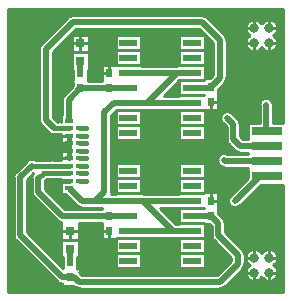
<source format=gtl>
%FSLAX25Y25*%
%MOIN*%
G70*
G01*
G75*
G04 Layer_Physical_Order=1*
%ADD10C,0.01000*%
%ADD11R,0.02800X0.01500*%
%ADD12R,0.03150X0.03150*%
%ADD13R,0.03150X0.03150*%
%ADD14R,0.02300X0.03000*%
%ADD15R,0.05906X0.02362*%
%ADD16R,0.10000X0.03000*%
%ADD17C,0.02000*%
%ADD18C,0.01500*%
%ADD19C,0.03150*%
%ADD20C,0.03150*%
%ADD21C,0.02000*%
%ADD22C,0.01600*%
%ADD23C,0.05000*%
D10*
X103700Y425000D02*
G03*
X104374Y423374I2300J0D01*
G01*
X103700Y425000D02*
G03*
X104374Y423374I2300J0D01*
G01*
X118374Y409374D02*
G03*
X120000Y408700I1626J1626D01*
G01*
X118374Y409374D02*
G03*
X120000Y408700I1626J1626D01*
G01*
X118374Y429874D02*
G03*
X119625Y429231I1626J1626D01*
G01*
X118374Y429874D02*
G03*
X119625Y429231I1626J1626D01*
G01*
X104374Y446126D02*
G03*
X103700Y444500I1626J-1626D01*
G01*
X104374Y446126D02*
G03*
X103700Y444500I1626J-1626D01*
G01*
X109700Y439500D02*
G03*
X110374Y437874I2300J0D01*
G01*
X109700Y439500D02*
G03*
X110374Y437874I2300J0D01*
G01*
X110283Y445530D02*
G03*
X109700Y444000I1717J-1530D01*
G01*
X123874Y407874D02*
G03*
X125750Y407214I1626J1626D01*
G01*
X124774Y434874D02*
G03*
X126400Y434200I1626J1626D01*
G01*
X124774Y434874D02*
G03*
X126400Y434200I1626J1626D01*
G01*
X110743Y450250D02*
G03*
X108074Y449826I-1043J-2050D01*
G01*
X115674Y459074D02*
G03*
X118343Y458650I1626J1626D01*
G01*
X112200Y463500D02*
G03*
X112874Y461874I2300J0D01*
G01*
X112200Y463500D02*
G03*
X112874Y461874I2300J0D01*
G01*
X120574Y471826D02*
G03*
X119900Y470200I1626J-1626D01*
G01*
X120574Y471826D02*
G03*
X119900Y470200I1626J-1626D01*
G01*
X112874Y488626D02*
G03*
X112200Y487000I1626J-1626D01*
G01*
X112874Y488626D02*
G03*
X112200Y487000I1626J-1626D01*
G01*
X123500Y498300D02*
G03*
X121874Y497626I0J-2300D01*
G01*
X123500Y498300D02*
G03*
X121874Y497626I0J-2300D01*
G01*
X169700Y425000D02*
G03*
X170374Y423374I2300J0D01*
G01*
X169700Y425000D02*
G03*
X170374Y423374I2300J0D01*
G01*
X172500Y407200D02*
G03*
X174126Y407874I0J2300D01*
G01*
X172500Y407200D02*
G03*
X174126Y407874I0J2300D01*
G01*
X182581Y415000D02*
G03*
X186500Y411081I1419J-2500D01*
G01*
X180126Y413874D02*
G03*
X180800Y415500I-1626J1626D01*
G01*
X180126Y413874D02*
G03*
X180800Y415500I-1626J1626D01*
G01*
Y418500D02*
G03*
X180126Y420126I-2300J0D01*
G01*
X180800Y418500D02*
G03*
X180126Y420126I-2300J0D01*
G01*
X186500Y411081D02*
G03*
X191875Y412500I2500J1419D01*
G01*
G03*
X190419Y415000I-2875J0D01*
G01*
X186500Y418919D02*
G03*
X182581Y415000I-2500J-1419D01*
G01*
X190419Y415000D02*
G03*
X191875Y417500I-1419J2500D01*
G01*
X174300Y429000D02*
G03*
X173626Y430626I-2300J0D01*
G01*
X174300Y429000D02*
G03*
X173626Y430626I-2300J0D01*
G01*
X175874Y438126D02*
G03*
X179126Y434874I1626J-1626D01*
G01*
X175874Y438126D02*
G03*
X179126Y434874I1626J-1626D01*
G01*
X191875Y417500D02*
G03*
X186500Y418919I-2875J0D01*
G01*
X172674Y448074D02*
G03*
X174300Y447400I1626J1626D01*
G01*
X172674Y448074D02*
G03*
X174300Y447400I1626J1626D01*
G01*
X168126Y497626D02*
G03*
X166500Y498300I-1626J-1626D01*
G01*
X168126Y497626D02*
G03*
X166500Y498300I-1626J-1626D01*
G01*
X175136Y452000D02*
G03*
X172374Y448374I-1136J-2000D01*
G01*
X175136Y452000D02*
G03*
X172374Y448374I-1136J-2000D01*
G01*
X174700Y457000D02*
G03*
X175374Y455374I2300J0D01*
G01*
X174700Y457000D02*
G03*
X175374Y455374I2300J0D01*
G01*
X176626Y465626D02*
G03*
X173374Y462374I-1626J-1626D01*
G01*
X176626Y465626D02*
G03*
X173374Y462374I-1626J-1626D01*
G01*
X174126Y475874D02*
G03*
X174800Y477500I-1626J1626D01*
G01*
X174126Y475874D02*
G03*
X174800Y477500I-1626J1626D01*
G01*
X177674Y453074D02*
G03*
X179300Y452400I1626J1626D01*
G01*
X177674Y453074D02*
G03*
X179300Y452400I1626J1626D01*
G01*
Y462000D02*
G03*
X178626Y463626I-2300J0D01*
G01*
X179300Y462000D02*
G03*
X178626Y463626I-2300J0D01*
G01*
X190300Y468500D02*
G03*
X185700Y468500I-2300J0D01*
G01*
X190300D02*
G03*
X185700Y468500I-2300J0D01*
G01*
X182581Y491500D02*
G03*
X186500Y487581I1419J-2500D01*
G01*
X174800Y490000D02*
G03*
X174126Y491626I-2300J0D01*
G01*
X174800Y490000D02*
G03*
X174126Y491626I-2300J0D01*
G01*
X186500Y495419D02*
G03*
X182581Y491500I-2500J-1419D01*
G01*
X186500Y487581D02*
G03*
X191875Y489000I2500J1419D01*
G01*
G03*
X190419Y491500I-2875J0D01*
G01*
G03*
X191875Y494000I-1419J2500D01*
G01*
G03*
X186500Y495419I-2875J0D01*
G01*
X102000Y416000D02*
X111747D01*
X102000Y417000D02*
X110747D01*
X108000Y406000D02*
Y419747D01*
X102000Y418000D02*
X109747D01*
X104000Y406000D02*
Y423864D01*
X105000Y406000D02*
Y422747D01*
X106000Y406000D02*
Y421747D01*
X107000Y406000D02*
Y420747D01*
X102000Y409000D02*
X118864D01*
X102000Y410000D02*
X117747D01*
X102000Y411000D02*
X116747D01*
X102000Y412000D02*
X115747D01*
X102000Y413000D02*
X114747D01*
X102000Y414000D02*
X113747D01*
X104374Y423374D02*
X118374Y409374D01*
X102000Y415000D02*
X112747D01*
X108300Y425953D02*
X120050Y414203D01*
X102000Y424000D02*
X103929D01*
X102000Y425000D02*
X103700D01*
X102000Y426000D02*
X103700D01*
X102000Y427000D02*
X103700D01*
X102000Y428000D02*
X103700D01*
X102000Y429000D02*
X103700D01*
X102000Y430000D02*
X103700D01*
X102000Y431000D02*
X103700D01*
X102000Y419000D02*
X108747D01*
X102000Y420000D02*
X107747D01*
X102000Y421000D02*
X106747D01*
X102000Y422000D02*
X105747D01*
X102000Y423000D02*
X104747D01*
X108300Y426000D02*
X119625D01*
X108300Y427000D02*
X119625D01*
X108300Y428000D02*
X119625D01*
X113000Y406000D02*
Y414747D01*
X114000Y406000D02*
Y413747D01*
X115000Y406000D02*
Y412747D01*
X116000Y406000D02*
Y411747D01*
X109000Y406000D02*
Y418747D01*
X110000Y406000D02*
Y417747D01*
X111000Y406000D02*
Y416747D01*
X112000Y406000D02*
Y415747D01*
X119000Y406000D02*
Y408929D01*
X120000Y406000D02*
Y408700D01*
X117000Y406000D02*
Y410747D01*
X118000Y406000D02*
Y409747D01*
X120050Y414203D02*
Y417625D01*
X118000Y416253D02*
Y430247D01*
X119000Y415253D02*
Y429429D01*
X114253Y420000D02*
X119625D01*
X113253Y421000D02*
X119625D01*
X116253Y418000D02*
X119625D01*
X115253Y419000D02*
X119625D01*
X108300Y430000D02*
X118247D01*
X108300Y431000D02*
X117247D01*
X117000Y417253D02*
Y431247D01*
X119625Y417625D02*
Y423375D01*
X112253Y422000D02*
X119625D01*
X111253Y423000D02*
X119625D01*
X110253Y424000D02*
X119625D01*
X118253Y416000D02*
X120050D01*
X117253Y417000D02*
X120050D01*
X109253Y425000D02*
X119625D01*
X108300Y429000D02*
X119625D01*
Y423531D02*
Y429231D01*
X102000Y432000D02*
X103700D01*
X102000Y433000D02*
X103700D01*
X102000Y434000D02*
X103700D01*
X102000Y435000D02*
X103700D01*
X102000Y406000D02*
Y500500D01*
Y406000D02*
Y500500D01*
X103000Y406000D02*
Y500500D01*
X103700Y425000D02*
Y444500D01*
X108300Y432000D02*
X116247D01*
X108300Y433000D02*
X115247D01*
X108300Y434000D02*
X114247D01*
X108300Y435000D02*
X113247D01*
X102000Y436000D02*
X103700D01*
X102000Y437000D02*
X103700D01*
X108300Y436000D02*
X112247D01*
X102000Y438000D02*
X103700D01*
X108300Y437000D02*
X111247D01*
X102000Y439000D02*
X103700D01*
X102000Y440000D02*
X103700D01*
X102000Y441000D02*
X103700D01*
X102000Y442000D02*
X103700D01*
X102000Y443000D02*
X103700D01*
X102000Y444000D02*
X103700D01*
X102000Y445000D02*
X103755D01*
X104000Y445636D02*
Y500500D01*
X102000Y446000D02*
X104256D01*
X102000Y447000D02*
X105247D01*
X102000Y448000D02*
X106247D01*
X104374Y446126D02*
X108074Y449826D01*
X102000Y449000D02*
X107247D01*
X105000Y446753D02*
Y500500D01*
X106000Y447753D02*
Y500500D01*
X107000Y448753D02*
Y500500D01*
X110000Y424253D02*
Y438364D01*
X108300Y438000D02*
X110256D01*
X112000Y422253D02*
Y436247D01*
X111000Y423253D02*
Y437247D01*
X109000Y425253D02*
Y444247D01*
X108300Y425953D02*
Y443547D01*
X114000Y420253D02*
Y434247D01*
X113000Y421253D02*
Y435247D01*
X116000Y418253D02*
Y432247D01*
X115000Y419253D02*
Y433247D01*
X110374Y437874D02*
X118374Y429874D01*
X116000Y438753D02*
Y443650D01*
X119000Y435753D02*
Y443650D01*
X117000Y437753D02*
Y443650D01*
X118000Y436753D02*
Y443650D01*
X108300Y439000D02*
X109755D01*
X108300Y440000D02*
X109700D01*
X108300Y441000D02*
X109700D01*
X108300Y442000D02*
X109700D01*
X108300Y443000D02*
X109700D01*
X108300Y443547D02*
X110283Y445530D01*
X109700Y439500D02*
Y444000D01*
X114300Y440453D02*
Y443401D01*
X114753Y440000D02*
X119500D01*
X114300Y441000D02*
X119500D01*
Y438650D02*
Y441150D01*
X115753Y439000D02*
X119500D01*
X114300Y442000D02*
X119500D01*
X114549Y443650D02*
X119500D01*
X115000Y439753D02*
Y443650D01*
X119500Y441150D02*
Y442750D01*
Y441150D02*
Y442750D01*
X124000Y406000D02*
Y407756D01*
X125000Y406000D02*
Y407255D01*
X126000Y406000D02*
Y407200D01*
X121000Y406000D02*
Y408200D01*
X120050D02*
X123547D01*
X122000Y406000D02*
Y408200D01*
X123000Y406000D02*
Y408200D01*
X102000Y406000D02*
X193500D01*
X102000Y407000D02*
X193500D01*
X127000Y406000D02*
Y407200D01*
X128000Y406000D02*
Y407200D01*
X126000D02*
X172500D01*
X125626Y412626D02*
X126453Y411800D01*
X129000Y406000D02*
Y407200D01*
X130000Y406000D02*
Y407200D01*
X126253Y412000D02*
X171747D01*
X124950Y415000D02*
X137747D01*
X124950Y416000D02*
X137747D01*
X124950Y413800D02*
Y417625D01*
X125375D02*
Y423375D01*
X119625D02*
X125375D01*
X119625Y423531D02*
X125375D01*
Y424000D02*
X133050D01*
X125375Y425000D02*
X133050D01*
X125375Y426000D02*
X133050D01*
X124950Y414000D02*
X173747D01*
X124950Y417000D02*
X137747D01*
X126453Y411800D02*
X171547D01*
X125375Y418000D02*
X137747D01*
X125375Y419000D02*
X174747D01*
X125375Y420000D02*
X137747D01*
X125375Y421000D02*
X137747D01*
X125375Y422000D02*
X137747D01*
X125375Y423000D02*
X137747D01*
X131000Y406000D02*
Y407200D01*
X132000Y406000D02*
Y407200D01*
X133000Y406000D02*
Y407200D01*
X134000Y406000D02*
Y407200D01*
X135000Y406000D02*
Y407200D01*
X134000Y411800D02*
Y423700D01*
X136000Y406000D02*
Y407200D01*
X135000Y411800D02*
Y423700D01*
X137000Y406000D02*
Y407200D01*
X138000Y406000D02*
Y407200D01*
X139000Y406000D02*
Y407200D01*
X140000Y406000D02*
Y407200D01*
X141000Y406000D02*
Y407200D01*
X142000Y406000D02*
Y407200D01*
X143000Y406000D02*
Y407200D01*
X144000Y406000D02*
Y407200D01*
X145000Y406000D02*
Y407200D01*
X138000Y411800D02*
Y414019D01*
X139000Y411800D02*
Y414019D01*
X140000Y411800D02*
Y414019D01*
X141000Y411800D02*
Y414019D01*
X136000Y411800D02*
Y423700D01*
X133050D02*
X137747D01*
X137000Y411800D02*
Y423700D01*
X137747Y414019D02*
Y418981D01*
Y419019D02*
Y423700D01*
X142000Y411800D02*
Y414019D01*
X143000Y411800D02*
Y414019D01*
X144000Y411800D02*
Y414019D01*
X145000Y411800D02*
Y414019D01*
X137747D02*
X146253D01*
X137747Y418981D02*
X146253D01*
X137747Y419019D02*
X146253D01*
X137950Y423981D02*
X146253D01*
X137950Y424019D02*
X146253D01*
X122500Y424031D02*
Y426405D01*
X120125D02*
X122500D01*
X125375Y423531D02*
Y429200D01*
X122500Y426405D02*
X124875D01*
X127000Y411800D02*
Y429200D01*
X126000Y412253D02*
Y429200D01*
X128000Y411800D02*
Y429200D01*
X129000Y411800D02*
Y429200D01*
X125375Y427000D02*
X133050D01*
X125375Y428000D02*
X133050D01*
Y423700D02*
Y428700D01*
X133550Y426500D02*
X135500D01*
X130000Y411800D02*
Y429200D01*
X125375D02*
X133050D01*
X131000Y411800D02*
Y429200D01*
X132000Y411800D02*
Y429200D01*
X133000Y411800D02*
Y429200D01*
X117753Y437000D02*
X122647D01*
X116753Y438000D02*
X121647D01*
X122000Y433800D02*
Y437647D01*
X123000Y433800D02*
Y436647D01*
X114300Y440453D02*
X120953Y433800D01*
X119500Y438650D02*
X120997D01*
X121000Y433800D02*
Y438647D01*
X120000Y434753D02*
Y438650D01*
Y443200D02*
X122200D01*
X120953Y433800D02*
X133050D01*
X126400Y434200D02*
X131000D01*
X133050D01*
X119753Y435000D02*
X124647D01*
X118753Y436000D02*
X123647D01*
X124000Y433800D02*
Y435647D01*
X120997Y438650D02*
X124774Y434874D01*
X135500Y424200D02*
Y426500D01*
X136191Y438800D02*
X137747D01*
X136300Y440000D02*
X137747D01*
X136300Y441000D02*
X137747D01*
X136300Y439500D02*
Y465047D01*
Y442000D02*
X137747D01*
X137000Y438800D02*
Y465747D01*
X137747Y439019D02*
Y443981D01*
Y438981D02*
X146253D01*
X137747Y439019D02*
X146253D01*
Y440000D02*
X159007D01*
X146253Y441000D02*
X159007D01*
X136300Y443000D02*
X137747D01*
X136300Y444000D02*
X181747D01*
X146253Y439019D02*
Y443981D01*
Y442000D02*
X159007D01*
X146253Y443000D02*
X159007D01*
X136300Y445000D02*
X137747D01*
X136300Y446000D02*
X137747D01*
X136300Y447000D02*
X137747D01*
X136300Y448000D02*
X137747D01*
Y444019D02*
Y448981D01*
X138000D02*
Y456719D01*
X139000Y448981D02*
Y456719D01*
X140000Y448981D02*
Y456719D01*
X141000Y448981D02*
Y456719D01*
X137747Y443981D02*
X146253D01*
X137747Y444019D02*
X146253D01*
Y445000D02*
X159007D01*
X146253Y446000D02*
X159007D01*
X136300Y449000D02*
X171929D01*
X137747Y448981D02*
X146253D01*
Y444019D02*
Y448981D01*
Y447000D02*
X159007D01*
X146253Y448000D02*
X159007D01*
X102000Y450000D02*
X108268D01*
X102000Y460000D02*
X114747D01*
X115000Y450250D02*
Y459747D01*
X102000Y461000D02*
X113747D01*
X102000Y462000D02*
X112756D01*
X113000Y450250D02*
Y461747D01*
X114000Y450250D02*
Y460747D01*
X102000Y452000D02*
X119500D01*
X102000Y454000D02*
X119500D01*
X110743Y450250D02*
X116044D01*
X102000Y455000D02*
X119500D01*
X102000Y457000D02*
X119500D01*
X102000Y459000D02*
X115751D01*
X116000Y450250D02*
Y458803D01*
X112874Y461874D02*
X115674Y459074D01*
X102000Y464000D02*
X112200D01*
X102000Y465000D02*
X112200D01*
X102000Y466000D02*
X112200D01*
X102000Y467000D02*
X112200D01*
X102000Y468000D02*
X112200D01*
X102000Y469000D02*
X112200D01*
X102000Y470000D02*
X112200D01*
X102000Y471000D02*
X112200D01*
X102000Y472000D02*
X112200D01*
X102000Y463000D02*
X112255D01*
X116800Y464453D02*
X118503Y462750D01*
X102000Y473000D02*
X112200D01*
X102000Y474000D02*
X112200D01*
X102000Y475000D02*
X112200D01*
X102000Y476000D02*
X112200D01*
X102000Y477000D02*
X112200D01*
X116955Y450250D02*
X119500D01*
Y451150D02*
Y452750D01*
Y451150D02*
Y452750D01*
Y453650D02*
Y455250D01*
X117000Y450250D02*
Y458420D01*
X118000Y450250D02*
Y458509D01*
X119000Y450250D02*
Y458650D01*
X119500Y453650D02*
Y455250D01*
X120000Y450700D02*
X122200D01*
X119500Y456150D02*
Y457750D01*
X120000Y453200D02*
X122200D01*
X120000Y455700D02*
X122200D01*
X118343Y458650D02*
X119500D01*
X118253Y463000D02*
X119500D01*
Y456150D02*
Y457750D01*
Y462750D02*
Y465250D01*
X120000Y458200D02*
X122200D01*
X116800Y465000D02*
X119500D01*
X116800Y466000D02*
X119900D01*
X117253Y464000D02*
X119500D01*
X116800Y467000D02*
X119900D01*
X116800Y468000D02*
X119900D01*
X116800Y469000D02*
X119900D01*
Y465250D02*
Y470200D01*
X116800Y470000D02*
X119900D01*
X116800Y471000D02*
X120044D01*
X116800Y472000D02*
X120747D01*
X116800Y473000D02*
X121747D01*
X116800Y474000D02*
X122747D01*
X116800Y475000D02*
X123550D01*
X120574Y471826D02*
X123550Y474803D01*
Y476200D01*
X116800Y476000D02*
X123550D01*
X102000Y478000D02*
X112200D01*
X102000Y479000D02*
X112200D01*
X108000Y449753D02*
Y500500D01*
X112200Y463500D02*
Y487000D01*
X109000Y450391D02*
Y500500D01*
X110000Y450480D02*
Y500500D01*
X111000Y450250D02*
Y500500D01*
X112000Y450250D02*
Y500500D01*
X102000Y480000D02*
X112200D01*
X102000Y481000D02*
X112200D01*
X116800Y477000D02*
X123550D01*
X102000Y482000D02*
X112200D01*
X102000Y483000D02*
X112200D01*
X102000Y484000D02*
X112200D01*
X102000Y485000D02*
X112200D01*
X102000Y486000D02*
X112200D01*
X102000Y487000D02*
X112200D01*
X102000Y488000D02*
X112429D01*
X102000Y489000D02*
X113247D01*
X102000Y490000D02*
X114247D01*
X102000Y491000D02*
X115247D01*
X113000Y488753D02*
Y500500D01*
X114000Y489753D02*
Y500500D01*
X115000Y490753D02*
Y500500D01*
X102000Y492000D02*
X116247D01*
X102000Y493000D02*
X117247D01*
X102000Y494000D02*
X118247D01*
X102000Y495000D02*
X119247D01*
X102000Y496000D02*
X120247D01*
X102000Y497000D02*
X121247D01*
X112874Y488626D02*
X121874Y497626D01*
X116000Y491753D02*
Y500500D01*
X102000Y498000D02*
X122364D01*
X116800Y464453D02*
Y486047D01*
X117000Y464253D02*
Y486247D01*
X118000Y463253D02*
Y487247D01*
X123125Y480220D02*
Y485969D01*
X120000Y470871D02*
Y489247D01*
X121000Y472253D02*
Y490247D01*
X122000Y473253D02*
Y491247D01*
X123000Y474253D02*
Y492247D01*
X116800Y478000D02*
X123550D01*
X116800Y479000D02*
X123550D01*
Y476800D02*
Y480220D01*
X116800Y480000D02*
X123550D01*
X116800Y481000D02*
X123125D01*
X116800Y482000D02*
X123125D01*
X116800Y483000D02*
X123125D01*
X116800Y484000D02*
X123125D01*
X116800Y485000D02*
X123125D01*
X117753Y487000D02*
X123125D01*
X117000Y492753D02*
Y500500D01*
X123125Y486125D02*
Y491875D01*
X118000Y493753D02*
Y500500D01*
X119000Y494753D02*
Y500500D01*
X120000Y495753D02*
Y500500D01*
X121000Y496753D02*
Y500500D01*
X122000Y497744D02*
Y500500D01*
X123000Y498245D02*
Y500500D01*
X118753Y488000D02*
X123125D01*
X119753Y489000D02*
X123125D01*
X120753Y490000D02*
X123125D01*
X121753Y491000D02*
X123125D01*
X116800Y486047D02*
X124453Y493700D01*
X124000Y491875D02*
Y493247D01*
Y498300D02*
Y500500D01*
X136300Y457000D02*
X137687D01*
X136300Y458000D02*
X137687D01*
X136300Y459000D02*
X137687D01*
X136300Y460000D02*
X137687D01*
X136300Y461000D02*
X137687D01*
X128450Y476300D02*
X133050D01*
X136300Y462000D02*
X137687D01*
X136300Y463000D02*
X137687D01*
X136300Y450000D02*
X171700D01*
X136300Y451000D02*
X171929D01*
X136300Y452000D02*
X172864D01*
X136300Y453000D02*
X177751D01*
X136300Y454000D02*
X176747D01*
X136300Y455000D02*
X175747D01*
X136300Y456000D02*
X174929D01*
X136300Y464000D02*
X137687D01*
X136300Y465000D02*
X137687D01*
X128450Y477000D02*
X133050D01*
X128450Y478000D02*
X133050D01*
X128450Y479000D02*
X133050D01*
X128450Y480000D02*
X133050D01*
X123125Y485969D02*
X128875D01*
X123125Y486125D02*
X128875D01*
X128450Y476800D02*
Y480220D01*
X128875D02*
Y485969D01*
X133050Y476800D02*
Y481800D01*
X128875Y481000D02*
X133050D01*
Y481800D02*
X137687D01*
X133550Y479000D02*
X135500D01*
Y481300D01*
X128875Y482000D02*
X137687D01*
X116800Y486000D02*
X137687D01*
X128875Y483000D02*
X137687D01*
X128875Y484000D02*
X137687D01*
X128875Y485000D02*
X137687D01*
X142000Y448981D02*
Y456719D01*
X143000Y448981D02*
Y456719D01*
X144000Y448981D02*
Y456719D01*
X145000Y448981D02*
Y456719D01*
X137687D02*
X146193D01*
X137687D02*
Y461681D01*
X146193Y456719D02*
Y461681D01*
X137687Y461719D02*
Y466435D01*
X146193Y457000D02*
X158947D01*
X146193Y458000D02*
X158947D01*
X146193Y459000D02*
X158947D01*
X146193Y460000D02*
X158947D01*
X137687Y461681D02*
X146193D01*
X137687Y461719D02*
X146193D01*
Y461000D02*
X158947D01*
X146193Y461719D02*
Y466681D01*
Y462000D02*
X158947D01*
X136300Y465047D02*
X137687Y466435D01*
X137934Y466681D02*
X146193D01*
X137972Y466719D02*
X146193D01*
Y466900D02*
X148200D01*
X137687Y481800D02*
Y486681D01*
X137950Y481681D02*
X146193D01*
Y481500D02*
X158200D01*
X137950Y481719D02*
X146193D01*
Y486681D01*
Y463000D02*
X158947D01*
X146193Y464000D02*
X158947D01*
X146193Y465000D02*
X158947D01*
X146193Y466000D02*
X158947D01*
X146193Y482000D02*
X158947D01*
X146193Y483000D02*
X158947D01*
X146193Y484000D02*
X158947D01*
X146193Y485000D02*
X158947D01*
X146193Y486000D02*
X158947D01*
X126000Y486625D02*
Y489000D01*
X123625D02*
X126000D01*
X128375D01*
X126000D02*
Y491375D01*
X128875Y486125D02*
Y491875D01*
X123125D02*
X128875D01*
X129000Y476300D02*
Y493700D01*
X130000Y476300D02*
Y493700D01*
X128875Y487000D02*
X137687D01*
X128875Y488000D02*
X137687D01*
X128875Y489000D02*
X137687D01*
X128875Y490000D02*
X137687D01*
X128875Y491000D02*
X137687D01*
X122753Y492000D02*
X167247D01*
X131000Y476300D02*
Y493700D01*
X132000Y476300D02*
Y493700D01*
X133000Y476300D02*
Y493700D01*
X125000Y491875D02*
Y493700D01*
X126000Y491875D02*
Y493700D01*
X127000Y491875D02*
Y493700D01*
X128000Y491875D02*
Y493700D01*
X125000Y498300D02*
Y500500D01*
X126000Y498300D02*
Y500500D01*
X127000Y498300D02*
Y500500D01*
X128000Y498300D02*
Y500500D01*
X129000Y498300D02*
Y500500D01*
X123500Y498300D02*
X166500D01*
X102000Y499000D02*
X193500D01*
X123753Y493000D02*
X166247D01*
X124453Y493700D02*
X165547D01*
X102000Y500000D02*
X193500D01*
X102000Y500500D02*
X193500D01*
X130000Y498300D02*
Y500500D01*
X131000Y498300D02*
Y500500D01*
X132000Y498300D02*
Y500500D01*
X134000Y481800D02*
Y493700D01*
X135000Y481800D02*
Y493700D01*
X136000Y481800D02*
Y493700D01*
X137687Y486719D02*
Y491681D01*
X137000Y481800D02*
Y493700D01*
X138000Y491681D02*
Y493700D01*
X139000Y491681D02*
Y493700D01*
X140000Y491681D02*
Y493700D01*
X137687Y486681D02*
X146193D01*
X137687Y486719D02*
X146193D01*
Y487000D02*
X158947D01*
X146193Y488000D02*
X158947D01*
X146193Y489000D02*
X158947D01*
X137687Y491681D02*
X146193D01*
Y486719D02*
Y491681D01*
Y490000D02*
X158947D01*
X146193Y491000D02*
X158947D01*
X133000Y498300D02*
Y500500D01*
X134000Y498300D02*
Y500500D01*
X141000Y491681D02*
Y493700D01*
X135000Y498300D02*
Y500500D01*
X136000Y498300D02*
Y500500D01*
X137000Y498300D02*
Y500500D01*
X138000Y498300D02*
Y500500D01*
X139000Y498300D02*
Y500500D01*
X140000Y498300D02*
Y500500D01*
X142000Y491681D02*
Y493700D01*
X143000Y491681D02*
Y493700D01*
X144000Y491681D02*
Y493700D01*
X145000Y491681D02*
Y493700D01*
X141000Y498300D02*
Y500500D01*
X142000Y498300D02*
Y500500D01*
X143000Y498300D02*
Y500500D01*
X144000Y498300D02*
Y500500D01*
X145000Y498300D02*
Y500500D01*
X146000Y406000D02*
Y407200D01*
X147000Y406000D02*
Y407200D01*
X148000Y406000D02*
Y407200D01*
X149000Y406000D02*
Y407200D01*
X146000Y411800D02*
Y414019D01*
X147000Y411800D02*
Y424200D01*
X150000Y406000D02*
Y407200D01*
X148000Y411800D02*
Y424200D01*
X151000Y406000D02*
Y407200D01*
X152000Y406000D02*
Y407200D01*
X153000Y406000D02*
Y407200D01*
X154000Y406000D02*
Y407200D01*
X155000Y406000D02*
Y407200D01*
X156000Y406000D02*
Y407200D01*
X157000Y406000D02*
Y407200D01*
X158000Y406000D02*
Y407200D01*
X159000Y406000D02*
Y407200D01*
X146253Y414019D02*
Y418981D01*
Y415000D02*
X159007D01*
Y414019D02*
Y418981D01*
X146253Y419019D02*
Y423981D01*
X149000Y411800D02*
Y424200D01*
X150000Y411800D02*
Y424200D01*
X151000Y411800D02*
Y424200D01*
X152000Y411800D02*
Y424200D01*
X153000Y411800D02*
Y424200D01*
X146253Y416000D02*
X159007D01*
X146253Y417000D02*
X159007D01*
Y414019D02*
X167513D01*
X146253Y418000D02*
X159007D01*
X146253Y420000D02*
X159007D01*
X146253Y421000D02*
X159007D01*
Y418981D02*
X167513D01*
X146253Y422000D02*
X159007D01*
X146253Y423000D02*
X159007D01*
X160000Y406000D02*
Y407200D01*
X161000Y406000D02*
Y407200D01*
X162000Y406000D02*
Y407200D01*
X163000Y406000D02*
Y407200D01*
X160000Y411800D02*
Y414019D01*
X161000Y411800D02*
Y414019D01*
X164000Y406000D02*
Y407200D01*
X162000Y411800D02*
Y414019D01*
X165000Y406000D02*
Y407200D01*
X166000Y406000D02*
Y407200D01*
X167000Y406000D02*
Y407200D01*
X168000Y406000D02*
Y407200D01*
X169000Y406000D02*
Y407200D01*
X170000Y406000D02*
Y407200D01*
X171000Y406000D02*
Y407200D01*
X172000Y406000D02*
Y407200D01*
X173000Y406000D02*
Y407255D01*
X163000Y411800D02*
Y414019D01*
X164000Y411800D02*
Y414019D01*
X165000Y411800D02*
Y414019D01*
X166000Y411800D02*
Y414019D01*
X159007Y419019D02*
X167513D01*
X159007D02*
Y423981D01*
X167000Y411800D02*
Y414019D01*
X167513D02*
Y418981D01*
Y419019D02*
Y423981D01*
Y421000D02*
X172747D01*
X167513Y422000D02*
X171747D01*
X172000Y412253D02*
Y421747D01*
X173000Y413253D02*
Y420747D01*
X159007Y423981D02*
X167513D01*
X159007Y424019D02*
X167513D01*
X170000Y411800D02*
Y423864D01*
X167513Y423000D02*
X170747D01*
X171000Y411800D02*
Y422747D01*
X154000Y411800D02*
Y424200D01*
X155000Y411800D02*
Y424200D01*
X156000Y411800D02*
Y424200D01*
X157000Y411800D02*
Y424200D01*
X146253D02*
X157000D01*
X156000Y430753D02*
Y434200D01*
X158000Y411800D02*
Y424200D01*
X157000Y429753D02*
Y434200D01*
Y424200D02*
X159007D01*
X157953Y428800D02*
X159007D01*
X159000Y411800D02*
Y424200D01*
X159007Y428981D02*
X167050D01*
X152553Y434200D02*
X157953Y428800D01*
X155753Y431000D02*
X159007D01*
X158000Y428800D02*
Y434200D01*
X156753Y430000D02*
X159007D01*
Y429019D02*
X167050D01*
X147000Y438800D02*
Y466900D01*
X148000Y438800D02*
Y466900D01*
X154000Y432753D02*
Y434200D01*
X149000Y438800D02*
Y466900D01*
X150000Y438800D02*
Y466900D01*
X151000Y438800D02*
Y466900D01*
X152000Y438800D02*
Y466900D01*
X153000Y438800D02*
Y466900D01*
X154000Y438800D02*
Y466900D01*
X153753Y433000D02*
X159007D01*
X152553Y434200D02*
X159007D01*
X154753Y432000D02*
X159007D01*
X155000Y431753D02*
Y434200D01*
X147000Y438800D02*
X159007D01*
X155000D02*
Y466900D01*
X156000Y438800D02*
Y466900D01*
X157000Y438800D02*
Y466900D01*
X158000Y438800D02*
Y466900D01*
X167513Y424019D02*
Y428700D01*
Y425000D02*
X169700D01*
X168000Y411800D02*
Y428700D01*
X169000Y411800D02*
Y428700D01*
X159007Y429019D02*
Y433981D01*
X167050D01*
X167513Y428700D02*
X169047D01*
X159000Y428800D02*
Y434200D01*
X167513Y426000D02*
X169700D01*
X167513Y427000D02*
X169700D01*
Y425000D02*
Y428047D01*
X167513Y428000D02*
X169700D01*
X173000Y431253D02*
Y447803D01*
X171950Y432303D02*
Y433700D01*
X172000Y432253D02*
Y448864D01*
X159007Y434019D02*
X167050D01*
X159007Y438981D02*
X167050D01*
X159007Y439019D02*
X167050D01*
X159007D02*
Y443981D01*
X167513D01*
X159007Y444019D02*
X167513D01*
X159000Y438800D02*
Y456719D01*
X159007Y444019D02*
Y448981D01*
X167513Y439300D02*
Y443981D01*
X169500Y436500D02*
X171450D01*
X167513Y439300D02*
X171950D01*
Y434300D02*
Y439300D01*
X169500Y436500D02*
Y438800D01*
X168000Y439300D02*
Y466700D01*
X167513Y444019D02*
Y448981D01*
X169000Y439300D02*
Y466700D01*
X170000Y439300D02*
Y466700D01*
X171000Y439300D02*
Y466700D01*
X174000Y406000D02*
Y407756D01*
X175000Y406000D02*
Y408747D01*
X176000Y406000D02*
Y409747D01*
X171547Y411800D02*
X176200Y416453D01*
X177000Y406000D02*
Y410747D01*
X178000Y406000D02*
Y411747D01*
X174253Y408000D02*
X193500D01*
X175253Y409000D02*
X193500D01*
X176253Y410000D02*
X182581D01*
X177253Y411000D02*
X181548D01*
X174126Y407874D02*
X180126Y413874D01*
X178253Y412000D02*
X181169D01*
X179000Y406000D02*
Y412747D01*
X180000Y406000D02*
Y413747D01*
X167513Y415000D02*
X174747D01*
X167513Y416000D02*
X175747D01*
X176200Y416453D02*
Y417547D01*
X167513Y417000D02*
X176200D01*
X167513Y418000D02*
X175747D01*
X167513Y420000D02*
X173747D01*
X174000Y414253D02*
Y419747D01*
X175000Y415253D02*
Y418747D01*
X176000Y416253D02*
Y417747D01*
X179253Y413000D02*
X181169D01*
X180244Y414000D02*
X181548D01*
X180745Y415000D02*
X182581D01*
X180800Y415500D02*
Y418500D01*
X180244Y420000D02*
X182581D01*
X183000Y406000D02*
Y409805D01*
X184000Y406000D02*
Y409625D01*
X185000Y406000D02*
Y409805D01*
X185419Y410000D02*
X187581D01*
X182000Y406000D02*
Y410435D01*
X184000Y410125D02*
Y412500D01*
X186000Y406000D02*
Y410435D01*
X187000Y406000D02*
Y410435D01*
X188000Y406000D02*
Y409805D01*
X189000Y406000D02*
Y409625D01*
X190000Y406000D02*
Y409805D01*
X190419Y410000D02*
X193500D01*
X189000Y410125D02*
Y412500D01*
X191000Y406000D02*
Y410435D01*
X191452Y411000D02*
X193500D01*
X191831Y412000D02*
X193500D01*
X181625Y412500D02*
X184000D01*
X181625Y417500D02*
X184000D01*
X189000Y412500D02*
X191375D01*
X184000Y417500D02*
Y419875D01*
X189000Y417500D02*
X191375D01*
X185419Y420000D02*
X187581D01*
X189000Y417500D02*
Y419875D01*
X191452Y414000D02*
X193500D01*
X190419Y415000D02*
X193500D01*
X191831Y413000D02*
X193500D01*
X191452Y416000D02*
X193500D01*
X190419Y420000D02*
X193500D01*
X191831Y417000D02*
X193500D01*
X191831Y418000D02*
X193500D01*
X191452Y419000D02*
X193500D01*
X170374Y423374D02*
X176200Y417547D01*
X174300Y425953D02*
Y429000D01*
X174000Y430136D02*
Y447420D01*
X171950Y432303D02*
X173626Y430626D01*
X176000Y424253D02*
Y434756D01*
X175000Y425253D02*
Y447400D01*
X174300Y425953D02*
X180126Y420126D01*
X174300Y426000D02*
X193500D01*
X176253Y424000D02*
X193500D01*
X175253Y425000D02*
X193500D01*
X174300Y427000D02*
X193500D01*
X174071Y430000D02*
X193500D01*
X177000Y423253D02*
Y434255D01*
X174300Y428000D02*
X193500D01*
X174300Y429000D02*
X193500D01*
X171950Y435000D02*
X175756D01*
X171950Y436000D02*
X175255D01*
X171950Y437000D02*
X175255D01*
X171950Y438000D02*
X175756D01*
X167513Y440000D02*
X177747D01*
X167513Y441000D02*
X178747D01*
X176000Y438253D02*
Y447400D01*
X171950Y439000D02*
X176747D01*
X177000Y439253D02*
Y447400D01*
X172253Y432000D02*
X193500D01*
X171950Y433000D02*
X193500D01*
X173253Y431000D02*
X193500D01*
X167513Y442000D02*
X179747D01*
X167513Y443000D02*
X180747D01*
X175874Y438126D02*
X181900Y444153D01*
X167513Y445000D02*
X181900D01*
X181000Y406000D02*
Y436747D01*
X180000Y420253D02*
Y435747D01*
X182000Y419565D02*
Y437747D01*
X183000Y420195D02*
Y438747D01*
X185000Y420195D02*
Y440747D01*
X184000Y420375D02*
Y439747D01*
X186000Y419565D02*
Y441747D01*
X187000Y419565D02*
Y441900D01*
X179253Y421000D02*
X193500D01*
X188000Y420195D02*
Y441900D01*
X189000Y420375D02*
Y441900D01*
X191000Y419565D02*
Y441900D01*
X190000Y420195D02*
Y441900D01*
X192000Y406000D02*
Y441900D01*
X193000Y406000D02*
Y441900D01*
X193500Y406000D02*
Y441900D01*
X178253Y422000D02*
X193500D01*
X178000Y422253D02*
Y434255D01*
X179000Y421253D02*
Y434756D01*
X179126Y434874D02*
X186153Y441900D01*
X178000Y440253D02*
Y447400D01*
X179000Y441253D02*
Y447400D01*
X180000Y442253D02*
Y447400D01*
X181000Y443253D02*
Y447400D01*
X181900Y444153D02*
Y446900D01*
X177253Y423000D02*
X193500D01*
X179253Y435000D02*
X193500D01*
X180253Y436000D02*
X193500D01*
X181253Y437000D02*
X193500D01*
X182253Y438000D02*
X193500D01*
X183253Y439000D02*
X193500D01*
X184253Y440000D02*
X193500D01*
X185253Y441000D02*
X193500D01*
X186153Y441900D02*
X193500D01*
X146000Y448981D02*
Y456719D01*
X160000Y448981D02*
Y456719D01*
X161000Y448981D02*
Y456719D01*
X162000Y448981D02*
Y456719D01*
X158947D02*
Y461681D01*
Y461719D02*
Y466681D01*
X163000Y448981D02*
Y456719D01*
X164000Y448981D02*
Y456719D01*
X159007Y448981D02*
X167513D01*
X165000D02*
Y456719D01*
X166000Y448981D02*
Y456719D01*
X167000Y448981D02*
Y456719D01*
X158947D02*
X167453D01*
X158947Y461681D02*
X167453D01*
X158947Y461719D02*
X167453D01*
X158947Y466719D02*
X167050D01*
X158947Y466681D02*
X167453D01*
X148200Y466900D02*
X158947D01*
X153753Y471500D02*
X158947D01*
X155000D02*
Y472747D01*
X154253Y472000D02*
X158947D01*
X153753Y471500D02*
X158972Y476719D01*
X156000Y471500D02*
Y473747D01*
X157000Y471500D02*
Y474747D01*
X158000Y471500D02*
Y475747D01*
X158947Y471719D02*
Y476681D01*
X155253Y473000D02*
X158947D01*
X156253Y474000D02*
X158947D01*
Y471681D02*
X167050D01*
X158947Y471719D02*
X167050D01*
X157253Y475000D02*
X158947D01*
Y476681D02*
X167050D01*
X158972Y476719D02*
X167050D01*
X158947Y481681D02*
X167453D01*
X158947Y481719D02*
X167453D01*
X167513Y448000D02*
X172751D01*
X167453Y456719D02*
Y461681D01*
X173000Y452071D02*
Y462864D01*
X167453Y463000D02*
X172929D01*
X167453Y464000D02*
X172700D01*
X167453Y465000D02*
X172929D01*
X172000Y451136D02*
Y473747D01*
X167453Y461719D02*
Y466681D01*
Y457000D02*
X174700D01*
X167453Y458000D02*
X174700D01*
X167453Y462000D02*
X173747D01*
X167453Y466000D02*
X173864D01*
X174000Y452300D02*
Y461747D01*
X173000Y465136D02*
Y474747D01*
X174700Y457000D02*
Y461047D01*
X167453Y477300D02*
X169047D01*
X167453Y478000D02*
X169747D01*
X169500Y467200D02*
Y469500D01*
X169047Y477300D02*
X170200Y478453D01*
X167453Y479000D02*
X170200D01*
X167453Y480000D02*
X170200D01*
X167453Y477300D02*
Y481681D01*
Y481000D02*
X170200D01*
X167453Y482000D02*
X170200D01*
X167050Y466700D02*
X171950D01*
X169500Y469500D02*
X171450D01*
X171950Y466700D02*
Y471700D01*
Y472300D02*
Y473697D01*
X167453Y483000D02*
X170200D01*
X167453Y484000D02*
X170200D01*
X174000Y466071D02*
Y475747D01*
X167453Y485000D02*
X170200D01*
X171950Y473697D02*
X174126Y475874D01*
X147000Y481500D02*
Y493700D01*
X146000Y491681D02*
Y493700D01*
X148000Y481500D02*
Y493700D01*
X149000Y481500D02*
Y493700D01*
X150000Y481500D02*
Y493700D01*
X151000Y481500D02*
Y493700D01*
X152000Y481500D02*
Y493700D01*
X153000Y481500D02*
Y493700D01*
X158947Y481719D02*
Y486681D01*
X167453D01*
X158947Y486719D02*
X167453D01*
X158947D02*
Y491681D01*
X154000Y481500D02*
Y493700D01*
X155000Y481500D02*
Y493700D01*
X156000Y481500D02*
Y493700D01*
X157000Y481500D02*
Y493700D01*
X158000Y481500D02*
Y493700D01*
X146000Y498300D02*
Y500500D01*
X147000Y498300D02*
Y500500D01*
X148000Y498300D02*
Y500500D01*
X149000Y498300D02*
Y500500D01*
X150000Y498300D02*
Y500500D01*
X151000Y498300D02*
Y500500D01*
X152000Y498300D02*
Y500500D01*
X153000Y498300D02*
Y500500D01*
X154000Y498300D02*
Y500500D01*
X158947Y491681D02*
X167453D01*
X155000Y498300D02*
Y500500D01*
X159000Y491681D02*
Y493700D01*
X160000Y491681D02*
Y493700D01*
X156000Y498300D02*
Y500500D01*
X157000Y498300D02*
Y500500D01*
X158000Y498300D02*
Y500500D01*
X159000Y498300D02*
Y500500D01*
X160000Y498300D02*
Y500500D01*
X167453Y481719D02*
Y486681D01*
X161000Y491681D02*
Y493700D01*
X168000Y477300D02*
Y491247D01*
X167453Y486719D02*
Y491681D01*
X162000D02*
Y493700D01*
X163000Y491681D02*
Y493700D01*
X164000Y491681D02*
Y493700D01*
X165000Y491681D02*
Y493700D01*
X167453Y486000D02*
X170200D01*
X167453Y487000D02*
X170200D01*
Y478453D02*
Y489047D01*
X167453Y488000D02*
X170200D01*
X165547Y493700D02*
X170200Y489047D01*
X167453Y489000D02*
X170200D01*
X169000Y477300D02*
Y490247D01*
X167453Y490000D02*
X169247D01*
X170000Y478253D02*
Y489247D01*
X161000Y498300D02*
Y500500D01*
X162000Y498300D02*
Y500500D01*
X166000Y491681D02*
Y493247D01*
X163000Y498300D02*
Y500500D01*
X164000Y498300D02*
Y500500D01*
X167000Y498245D02*
Y500500D01*
X165000Y498300D02*
Y500500D01*
X166000Y498300D02*
Y500500D01*
X168126Y497626D02*
X174126Y491626D01*
X169000Y496753D02*
Y500500D01*
X168000Y497744D02*
Y500500D01*
X171000Y494753D02*
Y500500D01*
X170000Y495753D02*
Y500500D01*
X174000Y491753D02*
Y500500D01*
X172000Y493753D02*
Y500500D01*
X173000Y492753D02*
Y500500D01*
X175000Y452071D02*
Y455864D01*
X167453Y459000D02*
X174700D01*
X167453Y460000D02*
X174700D01*
X167453Y461000D02*
X174700D01*
X173374Y462374D02*
X174700Y461047D01*
X167513Y446000D02*
X181900D01*
X174300Y447400D02*
X181900D01*
X175136Y452000D02*
X181900D01*
X175374Y455374D02*
X177674Y453074D01*
X171950Y467000D02*
X185700D01*
X171950Y468000D02*
X185700D01*
X171950Y469000D02*
X185755D01*
X171950Y470000D02*
X186256D01*
X171950Y471000D02*
X193500D01*
X171950Y473000D02*
X193500D01*
X172253Y474000D02*
X193500D01*
X173253Y475000D02*
X193500D01*
X174244Y476000D02*
X193500D01*
X174745Y477000D02*
X193500D01*
X174800Y478000D02*
X193500D01*
X174800Y479000D02*
X193500D01*
X174800Y480000D02*
X193500D01*
X174800Y481000D02*
X193500D01*
X174800Y482000D02*
X193500D01*
X174800Y483000D02*
X193500D01*
X174800Y484000D02*
X193500D01*
X174800Y485000D02*
X193500D01*
X176000Y452000D02*
Y454747D01*
X177000Y452000D02*
Y453747D01*
X179300Y457953D02*
X180253Y457000D01*
X179300Y457953D02*
Y462000D01*
Y452400D02*
X181900D01*
X179300Y458000D02*
X181900D01*
X180253Y457000D02*
X181900D01*
X179300Y459000D02*
X181900D01*
X179300Y460000D02*
X181900D01*
X179300Y461000D02*
X181900D01*
Y457500D02*
Y462500D01*
X179300Y462000D02*
X181900D01*
Y462500D02*
X185700D01*
X176626Y465626D02*
X178626Y463626D01*
X177253Y465000D02*
X185700D01*
X179071Y463000D02*
X185700D01*
X178253Y464000D02*
X185700D01*
Y462500D02*
Y468500D01*
X176136Y466000D02*
X185700D01*
X190300Y462500D02*
Y468500D01*
Y462500D02*
X193500D01*
X190300Y463000D02*
X193500D01*
X190300Y464000D02*
X193500D01*
X190300Y465000D02*
X193500D01*
X190300Y466000D02*
X193500D01*
X189744Y470000D02*
X193500D01*
X190300Y467000D02*
X193500D01*
X190300Y468000D02*
X193500D01*
X190245Y469000D02*
X193500D01*
X175000Y466300D02*
Y500500D01*
X174800Y477500D02*
Y490000D01*
X177000Y465253D02*
Y500500D01*
X176000Y466071D02*
Y500500D01*
X179000Y463136D02*
Y500500D01*
X178000Y464253D02*
Y500500D01*
X180000Y457253D02*
Y500500D01*
X181000Y457000D02*
Y500500D01*
X182000Y462500D02*
Y486935D01*
X174800Y486000D02*
X193500D01*
X183000Y462500D02*
Y486305D01*
X184000Y462500D02*
Y486125D01*
X174800Y487000D02*
X181935D01*
X174800Y488000D02*
X181305D01*
X174800Y489000D02*
X181125D01*
X184000Y486625D02*
Y489000D01*
X174800Y490000D02*
X181305D01*
X174571Y491000D02*
X181935D01*
X170753Y495000D02*
X181305D01*
X169753Y496000D02*
X181935D01*
X173753Y492000D02*
X181935D01*
X172753Y493000D02*
X181305D01*
X171753Y494000D02*
X181125D01*
X181625Y489000D02*
X184000D01*
X181625Y494000D02*
X184000D01*
Y496375D01*
X168753Y497000D02*
X193500D01*
X167636Y498000D02*
X193500D01*
X182000Y496065D02*
Y500500D01*
X183000Y496695D02*
Y500500D01*
X184000Y496875D02*
Y500500D01*
X185000Y462500D02*
Y486305D01*
X188000Y470800D02*
Y486305D01*
X190000Y469636D02*
Y486305D01*
X189000Y470571D02*
Y486125D01*
X186000Y469636D02*
Y486935D01*
X187000Y470571D02*
Y486935D01*
X191000Y462500D02*
Y486935D01*
X189000Y486625D02*
Y489000D01*
X191375D01*
X191065Y487000D02*
X193500D01*
X191695Y488000D02*
X193500D01*
X191875Y489000D02*
X193500D01*
X192000Y462500D02*
Y500500D01*
X193000Y462500D02*
Y500500D01*
X193500Y462500D02*
Y500500D01*
X186000Y496065D02*
Y500500D01*
X185000Y496695D02*
Y500500D01*
X189000Y494000D02*
X191375D01*
X189000D02*
Y496375D01*
X187000Y496065D02*
Y500500D01*
X188000Y496695D02*
Y500500D01*
X191000Y496065D02*
Y500500D01*
X189000Y496875D02*
Y500500D01*
X190000Y496695D02*
Y500500D01*
X191065Y491000D02*
X193500D01*
X191065Y492000D02*
X193500D01*
X191695Y490000D02*
X193500D01*
X191695Y493000D02*
X193500D01*
X191875Y494000D02*
X193500D01*
X191695Y495000D02*
X193500D01*
X191065Y496000D02*
X193500D01*
D11*
X122200Y458200D02*
D03*
Y455700D02*
D03*
Y453200D02*
D03*
Y443200D02*
D03*
X125900Y453200D02*
D03*
Y455700D02*
D03*
Y458200D02*
D03*
Y460700D02*
D03*
X122200Y440700D02*
D03*
Y445700D02*
D03*
Y448200D02*
D03*
Y450700D02*
D03*
Y460700D02*
D03*
Y463200D02*
D03*
X125900Y448200D02*
D03*
Y450700D02*
D03*
Y443200D02*
D03*
Y445700D02*
D03*
D12*
X122500Y420500D02*
D03*
X126000Y489000D02*
D03*
D13*
X122500Y426405D02*
D03*
X126000Y483095D02*
D03*
D14*
X122500Y416000D02*
D03*
Y411000D02*
D03*
X126000Y474000D02*
D03*
Y479000D02*
D03*
X135500D02*
D03*
Y474000D02*
D03*
X169500Y469500D02*
D03*
Y474500D02*
D03*
X135500Y426500D02*
D03*
Y431500D02*
D03*
X169500Y436500D02*
D03*
Y431500D02*
D03*
D15*
X163200Y459200D02*
D03*
X141940D02*
D03*
X163200Y464200D02*
D03*
Y469200D02*
D03*
Y474200D02*
D03*
Y479200D02*
D03*
Y484200D02*
D03*
Y489200D02*
D03*
X141940Y464200D02*
D03*
Y469200D02*
D03*
Y474200D02*
D03*
Y479200D02*
D03*
Y484200D02*
D03*
Y489200D02*
D03*
X163260Y416500D02*
D03*
X142000D02*
D03*
X163260Y421500D02*
D03*
Y426500D02*
D03*
Y431500D02*
D03*
Y436500D02*
D03*
Y441500D02*
D03*
Y446500D02*
D03*
X142000Y421500D02*
D03*
Y426500D02*
D03*
Y431500D02*
D03*
Y436500D02*
D03*
Y441500D02*
D03*
Y446500D02*
D03*
D16*
X188200Y444700D02*
D03*
Y449700D02*
D03*
Y459700D02*
D03*
Y454700D02*
D03*
D17*
X177500Y436500D02*
X185700Y444700D01*
X188200D01*
X188000Y459900D02*
Y468500D01*
Y459900D02*
X188200Y459700D01*
X175000Y464000D02*
X177000Y462000D01*
X179300Y454700D02*
X188200D01*
X177000Y457000D02*
Y462000D01*
Y457000D02*
X179300Y454700D01*
X122450Y440450D02*
X126400Y436500D01*
X134000Y439500D02*
Y466000D01*
X137200Y469200D01*
X131000Y436500D02*
X134000Y439500D01*
X147000Y436500D02*
X157000Y426500D01*
X148200Y469200D02*
X158200Y479200D01*
X142000Y426500D02*
X163260D01*
X126400Y436500D02*
X163260D01*
X137200Y469200D02*
X163200D01*
X141940Y479200D02*
X163200D01*
X112000Y439500D02*
X120000Y431500D01*
X106000Y444500D02*
X109700Y448200D01*
X178500Y415500D02*
Y418500D01*
X172000Y425000D02*
X178500Y418500D01*
X172000Y425000D02*
Y429000D01*
X172500Y409500D02*
X178500Y415500D01*
X112000Y439500D02*
Y444000D01*
X135500Y474000D02*
X135700Y474200D01*
X126000Y474000D02*
X135500D01*
X135700Y474200D02*
X141940D01*
X114500Y463500D02*
Y487000D01*
X123500Y496000D01*
X166500D01*
X172500Y490000D01*
Y477500D02*
Y490000D01*
X163260Y431500D02*
X169500D01*
X163200Y474200D02*
X169200D01*
X126000Y409500D02*
X172500D01*
X126000Y479000D02*
Y483095D01*
X118000Y454500D02*
X121500D01*
X174000Y450000D02*
X174300Y449700D01*
X188200D01*
X106000Y425000D02*
X120000Y411000D01*
X124000D02*
X125500Y409500D01*
X169500Y431500D02*
X172000Y429000D01*
X106000Y425000D02*
Y444500D01*
X122500Y416000D02*
Y420500D01*
X114500Y463500D02*
X117300Y460700D01*
X120000Y411000D02*
X124000D01*
X169200Y474200D02*
X172500Y477500D01*
X122200Y470200D02*
X126000Y474000D01*
X120000Y431500D02*
X142000D01*
X122200Y463450D02*
Y470200D01*
D18*
X112000Y444000D02*
X113700Y445700D01*
X117500Y441500D02*
X119200Y443200D01*
X122200D01*
Y450700D02*
Y458200D01*
X125900Y460700D02*
X127800D01*
X125900Y455700D02*
X127800D01*
X125900Y453200D02*
X127800D01*
X125900Y458200D02*
X127700D01*
X125900Y450700D02*
X127700D01*
X125900Y448200D02*
X127700D01*
X125900Y445700D02*
X127700D01*
X125900Y443200D02*
X127700D01*
X117300Y460700D02*
X122200D01*
X109700Y448200D02*
X122200D01*
X113700Y445700D02*
X122200D01*
D19*
X184000Y417500D02*
D03*
Y494000D02*
D03*
D20*
X189000Y417500D02*
D03*
X184000Y412500D02*
D03*
X189000D02*
D03*
Y494000D02*
D03*
X184000Y489000D02*
D03*
X189000D02*
D03*
D21*
X177500Y436500D02*
D03*
X188000Y468500D02*
D03*
X161660Y446500D02*
D03*
Y441500D02*
D03*
Y416400D02*
D03*
Y421400D02*
D03*
X143560Y416400D02*
D03*
Y421400D02*
D03*
Y441500D02*
D03*
Y446500D02*
D03*
X143600Y464200D02*
D03*
Y489200D02*
D03*
Y484200D02*
D03*
Y459200D02*
D03*
X161600D02*
D03*
Y464200D02*
D03*
Y489200D02*
D03*
Y484200D02*
D03*
X175000Y464000D02*
D03*
X117500Y441500D02*
D03*
X135500Y426500D02*
D03*
X122500Y426405D02*
D03*
X135500Y479000D02*
D03*
X126000Y489000D02*
D03*
X118000Y454500D02*
D03*
X174000Y450000D02*
D03*
X169500Y469500D02*
D03*
Y436500D02*
D03*
X152000Y462500D02*
D03*
X153000Y443500D02*
D03*
X157000Y483000D02*
D03*
Y473000D02*
D03*
X146000Y452500D02*
D03*
X156500Y433000D02*
D03*
X157000Y423000D02*
D03*
X183000Y475000D02*
D03*
Y434000D02*
D03*
X171000Y446000D02*
D03*
D22*
X127800Y460700D02*
D03*
X127700Y458200D02*
D03*
X127800Y455700D02*
D03*
Y453200D02*
D03*
X127700Y450700D02*
D03*
Y448200D02*
D03*
Y445700D02*
D03*
Y443200D02*
D03*
X116500Y461500D02*
D03*
X114000Y445700D02*
D03*
X122200Y466000D02*
D03*
X116500Y448200D02*
D03*
D23*
X107500Y411000D02*
D03*
X108000Y494000D02*
D03*
M02*

</source>
